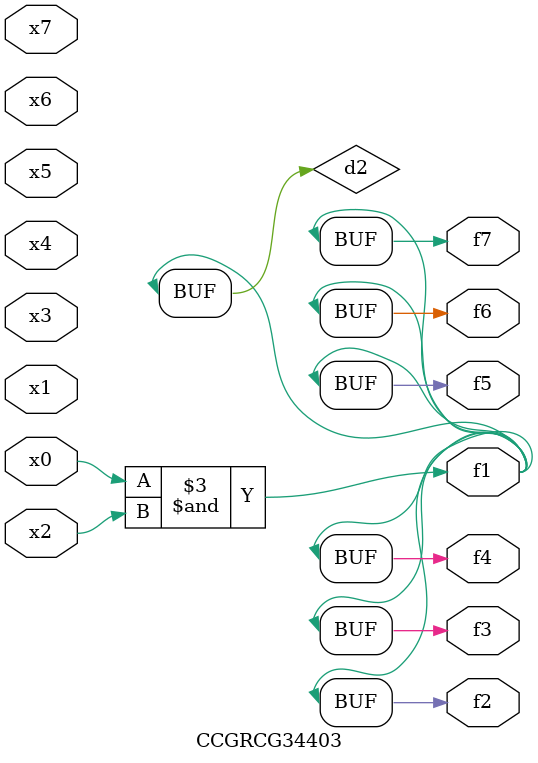
<source format=v>
module CCGRCG34403(
	input x0, x1, x2, x3, x4, x5, x6, x7,
	output f1, f2, f3, f4, f5, f6, f7
);

	wire d1, d2;

	nor (d1, x3, x6);
	and (d2, x0, x2);
	assign f1 = d2;
	assign f2 = d2;
	assign f3 = d2;
	assign f4 = d2;
	assign f5 = d2;
	assign f6 = d2;
	assign f7 = d2;
endmodule

</source>
